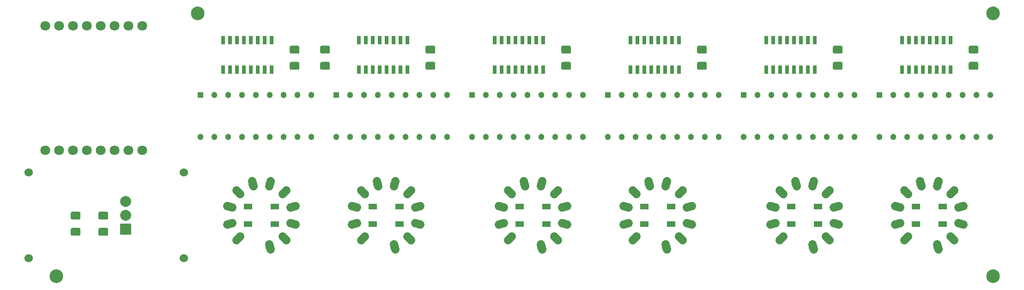
<source format=gbr>
G04 #@! TF.GenerationSoftware,KiCad,Pcbnew,(5.1.4)-1*
G04 #@! TF.CreationDate,2020-02-10T21:29:39-05:00*
G04 #@! TF.ProjectId,xmas,786d6173-2e6b-4696-9361-645f70636258,rev?*
G04 #@! TF.SameCoordinates,Original*
G04 #@! TF.FileFunction,Soldermask,Top*
G04 #@! TF.FilePolarity,Negative*
%FSLAX46Y46*%
G04 Gerber Fmt 4.6, Leading zero omitted, Abs format (unit mm)*
G04 Created by KiCad (PCBNEW (5.1.4)-1) date 2020-02-10 21:29:39*
%MOMM*%
%LPD*%
G04 APERTURE LIST*
%ADD10C,2.500000*%
%ADD11R,0.650000X1.525000*%
%ADD12C,1.524000*%
%ADD13C,1.524000*%
%ADD14C,1.800000*%
%ADD15C,0.100000*%
%ADD16C,1.425000*%
%ADD17R,1.500000X1.000000*%
%ADD18C,1.133000*%
%ADD19R,1.133000X1.133000*%
%ADD20R,2.000000X2.000000*%
%ADD21C,2.000000*%
G04 APERTURE END LIST*
D10*
X50800000Y-54356000D03*
X196596000Y-54356000D03*
X196596000Y-102616000D03*
X24892000Y-102616000D03*
D11*
X80391000Y-64688000D03*
X81661000Y-64688000D03*
X82931000Y-64688000D03*
X84201000Y-64688000D03*
X85471000Y-64688000D03*
X86741000Y-64688000D03*
X88011000Y-64688000D03*
X89281000Y-64688000D03*
X89281000Y-59264000D03*
X88011000Y-59264000D03*
X86741000Y-59264000D03*
X85471000Y-59264000D03*
X84201000Y-59264000D03*
X82931000Y-59264000D03*
X81661000Y-59264000D03*
X80391000Y-59264000D03*
D12*
X136680914Y-97235555D03*
D13*
X136807218Y-97706927D02*
X136554610Y-96764183D01*
D12*
X139370640Y-95682641D03*
D13*
X139715708Y-96027709D02*
X139025572Y-95337573D01*
D12*
X140923555Y-92992915D03*
D13*
X141394927Y-93119219D02*
X140452183Y-92866611D01*
D12*
X140923555Y-89887086D03*
D13*
X141394927Y-89760782D02*
X140452183Y-90013390D01*
D12*
X139370641Y-87197360D03*
D13*
X139715709Y-86852292D02*
X139025573Y-87542428D01*
D12*
X136680915Y-85644445D03*
D13*
X136807219Y-85173073D02*
X136554611Y-86115817D01*
D12*
X133575086Y-85644445D03*
D13*
X133448782Y-85173073D02*
X133701390Y-86115817D01*
D12*
X130885360Y-87197359D03*
D13*
X130540292Y-86852291D02*
X131230428Y-87542427D01*
D12*
X129332445Y-89887085D03*
D13*
X128861073Y-89760781D02*
X129803817Y-90013389D01*
D12*
X129332445Y-92992914D03*
D13*
X128861073Y-93119218D02*
X129803817Y-92866610D01*
D12*
X130885359Y-95682640D03*
D13*
X130540291Y-96027708D02*
X131230427Y-95337572D01*
D12*
X163604914Y-97235555D03*
D13*
X163731218Y-97706927D02*
X163478610Y-96764183D01*
D12*
X166294640Y-95682641D03*
D13*
X166639708Y-96027709D02*
X165949572Y-95337573D01*
D12*
X167847555Y-92992915D03*
D13*
X168318927Y-93119219D02*
X167376183Y-92866611D01*
D12*
X167847555Y-89887086D03*
D13*
X168318927Y-89760782D02*
X167376183Y-90013390D01*
D12*
X166294641Y-87197360D03*
D13*
X166639709Y-86852292D02*
X165949573Y-87542428D01*
D12*
X163604915Y-85644445D03*
D13*
X163731219Y-85173073D02*
X163478611Y-86115817D01*
D12*
X160499086Y-85644445D03*
D13*
X160372782Y-85173073D02*
X160625390Y-86115817D01*
D12*
X157809360Y-87197359D03*
D13*
X157464292Y-86852291D02*
X158154428Y-87542427D01*
D12*
X156256445Y-89887085D03*
D13*
X155785073Y-89760781D02*
X156727817Y-90013389D01*
D12*
X156256445Y-92992914D03*
D13*
X155785073Y-93119218D02*
X156727817Y-92866610D01*
D12*
X157809359Y-95682640D03*
D13*
X157464291Y-96027708D02*
X158154427Y-95337572D01*
D14*
X40640000Y-56642000D03*
X38100000Y-56642000D03*
X35560000Y-56642000D03*
X33020000Y-56642000D03*
X30480000Y-56642000D03*
X27940000Y-56642000D03*
X25400000Y-56642000D03*
X22860000Y-56642000D03*
X22860000Y-79502000D03*
X25400000Y-79502000D03*
X27940000Y-79502000D03*
X30480000Y-79502000D03*
X33020000Y-79502000D03*
X35560000Y-79502000D03*
X38100000Y-79502000D03*
X40640000Y-79502000D03*
D12*
X186464914Y-97235555D03*
D13*
X186591218Y-97706927D02*
X186338610Y-96764183D01*
D12*
X189154640Y-95682641D03*
D13*
X189499708Y-96027709D02*
X188809572Y-95337573D01*
D12*
X190707555Y-92992915D03*
D13*
X191178927Y-93119219D02*
X190236183Y-92866611D01*
D12*
X190707555Y-89887086D03*
D13*
X191178927Y-89760782D02*
X190236183Y-90013390D01*
D12*
X189154641Y-87197360D03*
D13*
X189499709Y-86852292D02*
X188809573Y-87542428D01*
D12*
X186464915Y-85644445D03*
D13*
X186591219Y-85173073D02*
X186338611Y-86115817D01*
D12*
X183359086Y-85644445D03*
D13*
X183232782Y-85173073D02*
X183485390Y-86115817D01*
D12*
X180669360Y-87197359D03*
D13*
X180324292Y-86852291D02*
X181014428Y-87542427D01*
D12*
X179116445Y-89887085D03*
D13*
X178645073Y-89760781D02*
X179587817Y-90013389D01*
D12*
X179116445Y-92992914D03*
D13*
X178645073Y-93119218D02*
X179587817Y-92866610D01*
D12*
X180669359Y-95682640D03*
D13*
X180324291Y-96027708D02*
X181014427Y-95337572D01*
D12*
X113820914Y-97235555D03*
D13*
X113947218Y-97706927D02*
X113694610Y-96764183D01*
D12*
X116510640Y-95682641D03*
D13*
X116855708Y-96027709D02*
X116165572Y-95337573D01*
D12*
X118063555Y-92992915D03*
D13*
X118534927Y-93119219D02*
X117592183Y-92866611D01*
D12*
X118063555Y-89887086D03*
D13*
X118534927Y-89760782D02*
X117592183Y-90013390D01*
D12*
X116510641Y-87197360D03*
D13*
X116855709Y-86852292D02*
X116165573Y-87542428D01*
D12*
X113820915Y-85644445D03*
D13*
X113947219Y-85173073D02*
X113694611Y-86115817D01*
D12*
X110715086Y-85644445D03*
D13*
X110588782Y-85173073D02*
X110841390Y-86115817D01*
D12*
X108025360Y-87197359D03*
D13*
X107680292Y-86852291D02*
X108370428Y-87542427D01*
D12*
X106472445Y-89887085D03*
D13*
X106001073Y-89760781D02*
X106943817Y-90013389D01*
D12*
X106472445Y-92992914D03*
D13*
X106001073Y-93119218D02*
X106943817Y-92866610D01*
D12*
X108025359Y-95682640D03*
D13*
X107680291Y-96027708D02*
X108370427Y-95337572D01*
D12*
X86896914Y-97235555D03*
D13*
X87023218Y-97706927D02*
X86770610Y-96764183D01*
D12*
X89586640Y-95682641D03*
D13*
X89931708Y-96027709D02*
X89241572Y-95337573D01*
D12*
X91139555Y-92992915D03*
D13*
X91610927Y-93119219D02*
X90668183Y-92866611D01*
D12*
X91139555Y-89887086D03*
D13*
X91610927Y-89760782D02*
X90668183Y-90013390D01*
D12*
X89586641Y-87197360D03*
D13*
X89931709Y-86852292D02*
X89241573Y-87542428D01*
D12*
X86896915Y-85644445D03*
D13*
X87023219Y-85173073D02*
X86770611Y-86115817D01*
D12*
X83791086Y-85644445D03*
D13*
X83664782Y-85173073D02*
X83917390Y-86115817D01*
D12*
X81101360Y-87197359D03*
D13*
X80756292Y-86852291D02*
X81446428Y-87542427D01*
D12*
X79548445Y-89887085D03*
D13*
X79077073Y-89760781D02*
X80019817Y-90013389D01*
D12*
X79548445Y-92992914D03*
D13*
X79077073Y-93119218D02*
X80019817Y-92866610D01*
D12*
X81101359Y-95682640D03*
D13*
X80756291Y-96027708D02*
X81446427Y-95337572D01*
D12*
X64036914Y-97235555D03*
D13*
X64163218Y-97706927D02*
X63910610Y-96764183D01*
D12*
X66726640Y-95682641D03*
D13*
X67071708Y-96027709D02*
X66381572Y-95337573D01*
D12*
X68279555Y-92992915D03*
D13*
X68750927Y-93119219D02*
X67808183Y-92866611D01*
D12*
X68279555Y-89887086D03*
D13*
X68750927Y-89760782D02*
X67808183Y-90013390D01*
D12*
X66726641Y-87197360D03*
D13*
X67071709Y-86852292D02*
X66381573Y-87542428D01*
D12*
X64036915Y-85644445D03*
D13*
X64163219Y-85173073D02*
X63910611Y-86115817D01*
D12*
X60931086Y-85644445D03*
D13*
X60804782Y-85173073D02*
X61057390Y-86115817D01*
D12*
X58241360Y-87197359D03*
D13*
X57896292Y-86852291D02*
X58586428Y-87542427D01*
D12*
X56688445Y-89887085D03*
D13*
X56217073Y-89760781D02*
X57159817Y-90013389D01*
D12*
X56688445Y-92992914D03*
D13*
X56217073Y-93119218D02*
X57159817Y-92866610D01*
D12*
X58241359Y-95682640D03*
D13*
X57896291Y-96027708D02*
X58586427Y-95337572D01*
D15*
G36*
X69229504Y-63260204D02*
G01*
X69253773Y-63263804D01*
X69277571Y-63269765D01*
X69300671Y-63278030D01*
X69322849Y-63288520D01*
X69343893Y-63301133D01*
X69363598Y-63315747D01*
X69381777Y-63332223D01*
X69398253Y-63350402D01*
X69412867Y-63370107D01*
X69425480Y-63391151D01*
X69435970Y-63413329D01*
X69444235Y-63436429D01*
X69450196Y-63460227D01*
X69453796Y-63484496D01*
X69455000Y-63509000D01*
X69455000Y-64434000D01*
X69453796Y-64458504D01*
X69450196Y-64482773D01*
X69444235Y-64506571D01*
X69435970Y-64529671D01*
X69425480Y-64551849D01*
X69412867Y-64572893D01*
X69398253Y-64592598D01*
X69381777Y-64610777D01*
X69363598Y-64627253D01*
X69343893Y-64641867D01*
X69322849Y-64654480D01*
X69300671Y-64664970D01*
X69277571Y-64673235D01*
X69253773Y-64679196D01*
X69229504Y-64682796D01*
X69205000Y-64684000D01*
X67955000Y-64684000D01*
X67930496Y-64682796D01*
X67906227Y-64679196D01*
X67882429Y-64673235D01*
X67859329Y-64664970D01*
X67837151Y-64654480D01*
X67816107Y-64641867D01*
X67796402Y-64627253D01*
X67778223Y-64610777D01*
X67761747Y-64592598D01*
X67747133Y-64572893D01*
X67734520Y-64551849D01*
X67724030Y-64529671D01*
X67715765Y-64506571D01*
X67709804Y-64482773D01*
X67706204Y-64458504D01*
X67705000Y-64434000D01*
X67705000Y-63509000D01*
X67706204Y-63484496D01*
X67709804Y-63460227D01*
X67715765Y-63436429D01*
X67724030Y-63413329D01*
X67734520Y-63391151D01*
X67747133Y-63370107D01*
X67761747Y-63350402D01*
X67778223Y-63332223D01*
X67796402Y-63315747D01*
X67816107Y-63301133D01*
X67837151Y-63288520D01*
X67859329Y-63278030D01*
X67882429Y-63269765D01*
X67906227Y-63263804D01*
X67930496Y-63260204D01*
X67955000Y-63259000D01*
X69205000Y-63259000D01*
X69229504Y-63260204D01*
X69229504Y-63260204D01*
G37*
D16*
X68580000Y-63971500D03*
D15*
G36*
X69229504Y-60285204D02*
G01*
X69253773Y-60288804D01*
X69277571Y-60294765D01*
X69300671Y-60303030D01*
X69322849Y-60313520D01*
X69343893Y-60326133D01*
X69363598Y-60340747D01*
X69381777Y-60357223D01*
X69398253Y-60375402D01*
X69412867Y-60395107D01*
X69425480Y-60416151D01*
X69435970Y-60438329D01*
X69444235Y-60461429D01*
X69450196Y-60485227D01*
X69453796Y-60509496D01*
X69455000Y-60534000D01*
X69455000Y-61459000D01*
X69453796Y-61483504D01*
X69450196Y-61507773D01*
X69444235Y-61531571D01*
X69435970Y-61554671D01*
X69425480Y-61576849D01*
X69412867Y-61597893D01*
X69398253Y-61617598D01*
X69381777Y-61635777D01*
X69363598Y-61652253D01*
X69343893Y-61666867D01*
X69322849Y-61679480D01*
X69300671Y-61689970D01*
X69277571Y-61698235D01*
X69253773Y-61704196D01*
X69229504Y-61707796D01*
X69205000Y-61709000D01*
X67955000Y-61709000D01*
X67930496Y-61707796D01*
X67906227Y-61704196D01*
X67882429Y-61698235D01*
X67859329Y-61689970D01*
X67837151Y-61679480D01*
X67816107Y-61666867D01*
X67796402Y-61652253D01*
X67778223Y-61635777D01*
X67761747Y-61617598D01*
X67747133Y-61597893D01*
X67734520Y-61576849D01*
X67724030Y-61554671D01*
X67715765Y-61531571D01*
X67709804Y-61507773D01*
X67706204Y-61483504D01*
X67705000Y-61459000D01*
X67705000Y-60534000D01*
X67706204Y-60509496D01*
X67709804Y-60485227D01*
X67715765Y-60461429D01*
X67724030Y-60438329D01*
X67734520Y-60416151D01*
X67747133Y-60395107D01*
X67761747Y-60375402D01*
X67778223Y-60357223D01*
X67796402Y-60340747D01*
X67816107Y-60326133D01*
X67837151Y-60313520D01*
X67859329Y-60303030D01*
X67882429Y-60294765D01*
X67906227Y-60288804D01*
X67930496Y-60285204D01*
X67955000Y-60284000D01*
X69205000Y-60284000D01*
X69229504Y-60285204D01*
X69229504Y-60285204D01*
G37*
D16*
X68580000Y-60996500D03*
D15*
G36*
X94121504Y-60285204D02*
G01*
X94145773Y-60288804D01*
X94169571Y-60294765D01*
X94192671Y-60303030D01*
X94214849Y-60313520D01*
X94235893Y-60326133D01*
X94255598Y-60340747D01*
X94273777Y-60357223D01*
X94290253Y-60375402D01*
X94304867Y-60395107D01*
X94317480Y-60416151D01*
X94327970Y-60438329D01*
X94336235Y-60461429D01*
X94342196Y-60485227D01*
X94345796Y-60509496D01*
X94347000Y-60534000D01*
X94347000Y-61459000D01*
X94345796Y-61483504D01*
X94342196Y-61507773D01*
X94336235Y-61531571D01*
X94327970Y-61554671D01*
X94317480Y-61576849D01*
X94304867Y-61597893D01*
X94290253Y-61617598D01*
X94273777Y-61635777D01*
X94255598Y-61652253D01*
X94235893Y-61666867D01*
X94214849Y-61679480D01*
X94192671Y-61689970D01*
X94169571Y-61698235D01*
X94145773Y-61704196D01*
X94121504Y-61707796D01*
X94097000Y-61709000D01*
X92847000Y-61709000D01*
X92822496Y-61707796D01*
X92798227Y-61704196D01*
X92774429Y-61698235D01*
X92751329Y-61689970D01*
X92729151Y-61679480D01*
X92708107Y-61666867D01*
X92688402Y-61652253D01*
X92670223Y-61635777D01*
X92653747Y-61617598D01*
X92639133Y-61597893D01*
X92626520Y-61576849D01*
X92616030Y-61554671D01*
X92607765Y-61531571D01*
X92601804Y-61507773D01*
X92598204Y-61483504D01*
X92597000Y-61459000D01*
X92597000Y-60534000D01*
X92598204Y-60509496D01*
X92601804Y-60485227D01*
X92607765Y-60461429D01*
X92616030Y-60438329D01*
X92626520Y-60416151D01*
X92639133Y-60395107D01*
X92653747Y-60375402D01*
X92670223Y-60357223D01*
X92688402Y-60340747D01*
X92708107Y-60326133D01*
X92729151Y-60313520D01*
X92751329Y-60303030D01*
X92774429Y-60294765D01*
X92798227Y-60288804D01*
X92822496Y-60285204D01*
X92847000Y-60284000D01*
X94097000Y-60284000D01*
X94121504Y-60285204D01*
X94121504Y-60285204D01*
G37*
D16*
X93472000Y-60996500D03*
D15*
G36*
X94121504Y-63260204D02*
G01*
X94145773Y-63263804D01*
X94169571Y-63269765D01*
X94192671Y-63278030D01*
X94214849Y-63288520D01*
X94235893Y-63301133D01*
X94255598Y-63315747D01*
X94273777Y-63332223D01*
X94290253Y-63350402D01*
X94304867Y-63370107D01*
X94317480Y-63391151D01*
X94327970Y-63413329D01*
X94336235Y-63436429D01*
X94342196Y-63460227D01*
X94345796Y-63484496D01*
X94347000Y-63509000D01*
X94347000Y-64434000D01*
X94345796Y-64458504D01*
X94342196Y-64482773D01*
X94336235Y-64506571D01*
X94327970Y-64529671D01*
X94317480Y-64551849D01*
X94304867Y-64572893D01*
X94290253Y-64592598D01*
X94273777Y-64610777D01*
X94255598Y-64627253D01*
X94235893Y-64641867D01*
X94214849Y-64654480D01*
X94192671Y-64664970D01*
X94169571Y-64673235D01*
X94145773Y-64679196D01*
X94121504Y-64682796D01*
X94097000Y-64684000D01*
X92847000Y-64684000D01*
X92822496Y-64682796D01*
X92798227Y-64679196D01*
X92774429Y-64673235D01*
X92751329Y-64664970D01*
X92729151Y-64654480D01*
X92708107Y-64641867D01*
X92688402Y-64627253D01*
X92670223Y-64610777D01*
X92653747Y-64592598D01*
X92639133Y-64572893D01*
X92626520Y-64551849D01*
X92616030Y-64529671D01*
X92607765Y-64506571D01*
X92601804Y-64482773D01*
X92598204Y-64458504D01*
X92597000Y-64434000D01*
X92597000Y-63509000D01*
X92598204Y-63484496D01*
X92601804Y-63460227D01*
X92607765Y-63436429D01*
X92616030Y-63413329D01*
X92626520Y-63391151D01*
X92639133Y-63370107D01*
X92653747Y-63350402D01*
X92670223Y-63332223D01*
X92688402Y-63315747D01*
X92708107Y-63301133D01*
X92729151Y-63288520D01*
X92751329Y-63278030D01*
X92774429Y-63269765D01*
X92798227Y-63263804D01*
X92822496Y-63260204D01*
X92847000Y-63259000D01*
X94097000Y-63259000D01*
X94121504Y-63260204D01*
X94121504Y-63260204D01*
G37*
D16*
X93472000Y-63971500D03*
D15*
G36*
X119013504Y-63260204D02*
G01*
X119037773Y-63263804D01*
X119061571Y-63269765D01*
X119084671Y-63278030D01*
X119106849Y-63288520D01*
X119127893Y-63301133D01*
X119147598Y-63315747D01*
X119165777Y-63332223D01*
X119182253Y-63350402D01*
X119196867Y-63370107D01*
X119209480Y-63391151D01*
X119219970Y-63413329D01*
X119228235Y-63436429D01*
X119234196Y-63460227D01*
X119237796Y-63484496D01*
X119239000Y-63509000D01*
X119239000Y-64434000D01*
X119237796Y-64458504D01*
X119234196Y-64482773D01*
X119228235Y-64506571D01*
X119219970Y-64529671D01*
X119209480Y-64551849D01*
X119196867Y-64572893D01*
X119182253Y-64592598D01*
X119165777Y-64610777D01*
X119147598Y-64627253D01*
X119127893Y-64641867D01*
X119106849Y-64654480D01*
X119084671Y-64664970D01*
X119061571Y-64673235D01*
X119037773Y-64679196D01*
X119013504Y-64682796D01*
X118989000Y-64684000D01*
X117739000Y-64684000D01*
X117714496Y-64682796D01*
X117690227Y-64679196D01*
X117666429Y-64673235D01*
X117643329Y-64664970D01*
X117621151Y-64654480D01*
X117600107Y-64641867D01*
X117580402Y-64627253D01*
X117562223Y-64610777D01*
X117545747Y-64592598D01*
X117531133Y-64572893D01*
X117518520Y-64551849D01*
X117508030Y-64529671D01*
X117499765Y-64506571D01*
X117493804Y-64482773D01*
X117490204Y-64458504D01*
X117489000Y-64434000D01*
X117489000Y-63509000D01*
X117490204Y-63484496D01*
X117493804Y-63460227D01*
X117499765Y-63436429D01*
X117508030Y-63413329D01*
X117518520Y-63391151D01*
X117531133Y-63370107D01*
X117545747Y-63350402D01*
X117562223Y-63332223D01*
X117580402Y-63315747D01*
X117600107Y-63301133D01*
X117621151Y-63288520D01*
X117643329Y-63278030D01*
X117666429Y-63269765D01*
X117690227Y-63263804D01*
X117714496Y-63260204D01*
X117739000Y-63259000D01*
X118989000Y-63259000D01*
X119013504Y-63260204D01*
X119013504Y-63260204D01*
G37*
D16*
X118364000Y-63971500D03*
D15*
G36*
X119013504Y-60285204D02*
G01*
X119037773Y-60288804D01*
X119061571Y-60294765D01*
X119084671Y-60303030D01*
X119106849Y-60313520D01*
X119127893Y-60326133D01*
X119147598Y-60340747D01*
X119165777Y-60357223D01*
X119182253Y-60375402D01*
X119196867Y-60395107D01*
X119209480Y-60416151D01*
X119219970Y-60438329D01*
X119228235Y-60461429D01*
X119234196Y-60485227D01*
X119237796Y-60509496D01*
X119239000Y-60534000D01*
X119239000Y-61459000D01*
X119237796Y-61483504D01*
X119234196Y-61507773D01*
X119228235Y-61531571D01*
X119219970Y-61554671D01*
X119209480Y-61576849D01*
X119196867Y-61597893D01*
X119182253Y-61617598D01*
X119165777Y-61635777D01*
X119147598Y-61652253D01*
X119127893Y-61666867D01*
X119106849Y-61679480D01*
X119084671Y-61689970D01*
X119061571Y-61698235D01*
X119037773Y-61704196D01*
X119013504Y-61707796D01*
X118989000Y-61709000D01*
X117739000Y-61709000D01*
X117714496Y-61707796D01*
X117690227Y-61704196D01*
X117666429Y-61698235D01*
X117643329Y-61689970D01*
X117621151Y-61679480D01*
X117600107Y-61666867D01*
X117580402Y-61652253D01*
X117562223Y-61635777D01*
X117545747Y-61617598D01*
X117531133Y-61597893D01*
X117518520Y-61576849D01*
X117508030Y-61554671D01*
X117499765Y-61531571D01*
X117493804Y-61507773D01*
X117490204Y-61483504D01*
X117489000Y-61459000D01*
X117489000Y-60534000D01*
X117490204Y-60509496D01*
X117493804Y-60485227D01*
X117499765Y-60461429D01*
X117508030Y-60438329D01*
X117518520Y-60416151D01*
X117531133Y-60395107D01*
X117545747Y-60375402D01*
X117562223Y-60357223D01*
X117580402Y-60340747D01*
X117600107Y-60326133D01*
X117621151Y-60313520D01*
X117643329Y-60303030D01*
X117666429Y-60294765D01*
X117690227Y-60288804D01*
X117714496Y-60285204D01*
X117739000Y-60284000D01*
X118989000Y-60284000D01*
X119013504Y-60285204D01*
X119013504Y-60285204D01*
G37*
D16*
X118364000Y-60996500D03*
D15*
G36*
X143905504Y-60285204D02*
G01*
X143929773Y-60288804D01*
X143953571Y-60294765D01*
X143976671Y-60303030D01*
X143998849Y-60313520D01*
X144019893Y-60326133D01*
X144039598Y-60340747D01*
X144057777Y-60357223D01*
X144074253Y-60375402D01*
X144088867Y-60395107D01*
X144101480Y-60416151D01*
X144111970Y-60438329D01*
X144120235Y-60461429D01*
X144126196Y-60485227D01*
X144129796Y-60509496D01*
X144131000Y-60534000D01*
X144131000Y-61459000D01*
X144129796Y-61483504D01*
X144126196Y-61507773D01*
X144120235Y-61531571D01*
X144111970Y-61554671D01*
X144101480Y-61576849D01*
X144088867Y-61597893D01*
X144074253Y-61617598D01*
X144057777Y-61635777D01*
X144039598Y-61652253D01*
X144019893Y-61666867D01*
X143998849Y-61679480D01*
X143976671Y-61689970D01*
X143953571Y-61698235D01*
X143929773Y-61704196D01*
X143905504Y-61707796D01*
X143881000Y-61709000D01*
X142631000Y-61709000D01*
X142606496Y-61707796D01*
X142582227Y-61704196D01*
X142558429Y-61698235D01*
X142535329Y-61689970D01*
X142513151Y-61679480D01*
X142492107Y-61666867D01*
X142472402Y-61652253D01*
X142454223Y-61635777D01*
X142437747Y-61617598D01*
X142423133Y-61597893D01*
X142410520Y-61576849D01*
X142400030Y-61554671D01*
X142391765Y-61531571D01*
X142385804Y-61507773D01*
X142382204Y-61483504D01*
X142381000Y-61459000D01*
X142381000Y-60534000D01*
X142382204Y-60509496D01*
X142385804Y-60485227D01*
X142391765Y-60461429D01*
X142400030Y-60438329D01*
X142410520Y-60416151D01*
X142423133Y-60395107D01*
X142437747Y-60375402D01*
X142454223Y-60357223D01*
X142472402Y-60340747D01*
X142492107Y-60326133D01*
X142513151Y-60313520D01*
X142535329Y-60303030D01*
X142558429Y-60294765D01*
X142582227Y-60288804D01*
X142606496Y-60285204D01*
X142631000Y-60284000D01*
X143881000Y-60284000D01*
X143905504Y-60285204D01*
X143905504Y-60285204D01*
G37*
D16*
X143256000Y-60996500D03*
D15*
G36*
X143905504Y-63260204D02*
G01*
X143929773Y-63263804D01*
X143953571Y-63269765D01*
X143976671Y-63278030D01*
X143998849Y-63288520D01*
X144019893Y-63301133D01*
X144039598Y-63315747D01*
X144057777Y-63332223D01*
X144074253Y-63350402D01*
X144088867Y-63370107D01*
X144101480Y-63391151D01*
X144111970Y-63413329D01*
X144120235Y-63436429D01*
X144126196Y-63460227D01*
X144129796Y-63484496D01*
X144131000Y-63509000D01*
X144131000Y-64434000D01*
X144129796Y-64458504D01*
X144126196Y-64482773D01*
X144120235Y-64506571D01*
X144111970Y-64529671D01*
X144101480Y-64551849D01*
X144088867Y-64572893D01*
X144074253Y-64592598D01*
X144057777Y-64610777D01*
X144039598Y-64627253D01*
X144019893Y-64641867D01*
X143998849Y-64654480D01*
X143976671Y-64664970D01*
X143953571Y-64673235D01*
X143929773Y-64679196D01*
X143905504Y-64682796D01*
X143881000Y-64684000D01*
X142631000Y-64684000D01*
X142606496Y-64682796D01*
X142582227Y-64679196D01*
X142558429Y-64673235D01*
X142535329Y-64664970D01*
X142513151Y-64654480D01*
X142492107Y-64641867D01*
X142472402Y-64627253D01*
X142454223Y-64610777D01*
X142437747Y-64592598D01*
X142423133Y-64572893D01*
X142410520Y-64551849D01*
X142400030Y-64529671D01*
X142391765Y-64506571D01*
X142385804Y-64482773D01*
X142382204Y-64458504D01*
X142381000Y-64434000D01*
X142381000Y-63509000D01*
X142382204Y-63484496D01*
X142385804Y-63460227D01*
X142391765Y-63436429D01*
X142400030Y-63413329D01*
X142410520Y-63391151D01*
X142423133Y-63370107D01*
X142437747Y-63350402D01*
X142454223Y-63332223D01*
X142472402Y-63315747D01*
X142492107Y-63301133D01*
X142513151Y-63288520D01*
X142535329Y-63278030D01*
X142558429Y-63269765D01*
X142582227Y-63263804D01*
X142606496Y-63260204D01*
X142631000Y-63259000D01*
X143881000Y-63259000D01*
X143905504Y-63260204D01*
X143905504Y-63260204D01*
G37*
D16*
X143256000Y-63971500D03*
D15*
G36*
X168797504Y-63260204D02*
G01*
X168821773Y-63263804D01*
X168845571Y-63269765D01*
X168868671Y-63278030D01*
X168890849Y-63288520D01*
X168911893Y-63301133D01*
X168931598Y-63315747D01*
X168949777Y-63332223D01*
X168966253Y-63350402D01*
X168980867Y-63370107D01*
X168993480Y-63391151D01*
X169003970Y-63413329D01*
X169012235Y-63436429D01*
X169018196Y-63460227D01*
X169021796Y-63484496D01*
X169023000Y-63509000D01*
X169023000Y-64434000D01*
X169021796Y-64458504D01*
X169018196Y-64482773D01*
X169012235Y-64506571D01*
X169003970Y-64529671D01*
X168993480Y-64551849D01*
X168980867Y-64572893D01*
X168966253Y-64592598D01*
X168949777Y-64610777D01*
X168931598Y-64627253D01*
X168911893Y-64641867D01*
X168890849Y-64654480D01*
X168868671Y-64664970D01*
X168845571Y-64673235D01*
X168821773Y-64679196D01*
X168797504Y-64682796D01*
X168773000Y-64684000D01*
X167523000Y-64684000D01*
X167498496Y-64682796D01*
X167474227Y-64679196D01*
X167450429Y-64673235D01*
X167427329Y-64664970D01*
X167405151Y-64654480D01*
X167384107Y-64641867D01*
X167364402Y-64627253D01*
X167346223Y-64610777D01*
X167329747Y-64592598D01*
X167315133Y-64572893D01*
X167302520Y-64551849D01*
X167292030Y-64529671D01*
X167283765Y-64506571D01*
X167277804Y-64482773D01*
X167274204Y-64458504D01*
X167273000Y-64434000D01*
X167273000Y-63509000D01*
X167274204Y-63484496D01*
X167277804Y-63460227D01*
X167283765Y-63436429D01*
X167292030Y-63413329D01*
X167302520Y-63391151D01*
X167315133Y-63370107D01*
X167329747Y-63350402D01*
X167346223Y-63332223D01*
X167364402Y-63315747D01*
X167384107Y-63301133D01*
X167405151Y-63288520D01*
X167427329Y-63278030D01*
X167450429Y-63269765D01*
X167474227Y-63263804D01*
X167498496Y-63260204D01*
X167523000Y-63259000D01*
X168773000Y-63259000D01*
X168797504Y-63260204D01*
X168797504Y-63260204D01*
G37*
D16*
X168148000Y-63971500D03*
D15*
G36*
X168797504Y-60285204D02*
G01*
X168821773Y-60288804D01*
X168845571Y-60294765D01*
X168868671Y-60303030D01*
X168890849Y-60313520D01*
X168911893Y-60326133D01*
X168931598Y-60340747D01*
X168949777Y-60357223D01*
X168966253Y-60375402D01*
X168980867Y-60395107D01*
X168993480Y-60416151D01*
X169003970Y-60438329D01*
X169012235Y-60461429D01*
X169018196Y-60485227D01*
X169021796Y-60509496D01*
X169023000Y-60534000D01*
X169023000Y-61459000D01*
X169021796Y-61483504D01*
X169018196Y-61507773D01*
X169012235Y-61531571D01*
X169003970Y-61554671D01*
X168993480Y-61576849D01*
X168980867Y-61597893D01*
X168966253Y-61617598D01*
X168949777Y-61635777D01*
X168931598Y-61652253D01*
X168911893Y-61666867D01*
X168890849Y-61679480D01*
X168868671Y-61689970D01*
X168845571Y-61698235D01*
X168821773Y-61704196D01*
X168797504Y-61707796D01*
X168773000Y-61709000D01*
X167523000Y-61709000D01*
X167498496Y-61707796D01*
X167474227Y-61704196D01*
X167450429Y-61698235D01*
X167427329Y-61689970D01*
X167405151Y-61679480D01*
X167384107Y-61666867D01*
X167364402Y-61652253D01*
X167346223Y-61635777D01*
X167329747Y-61617598D01*
X167315133Y-61597893D01*
X167302520Y-61576849D01*
X167292030Y-61554671D01*
X167283765Y-61531571D01*
X167277804Y-61507773D01*
X167274204Y-61483504D01*
X167273000Y-61459000D01*
X167273000Y-60534000D01*
X167274204Y-60509496D01*
X167277804Y-60485227D01*
X167283765Y-60461429D01*
X167292030Y-60438329D01*
X167302520Y-60416151D01*
X167315133Y-60395107D01*
X167329747Y-60375402D01*
X167346223Y-60357223D01*
X167364402Y-60340747D01*
X167384107Y-60326133D01*
X167405151Y-60313520D01*
X167427329Y-60303030D01*
X167450429Y-60294765D01*
X167474227Y-60288804D01*
X167498496Y-60285204D01*
X167523000Y-60284000D01*
X168773000Y-60284000D01*
X168797504Y-60285204D01*
X168797504Y-60285204D01*
G37*
D16*
X168148000Y-60996500D03*
D15*
G36*
X193689504Y-60285204D02*
G01*
X193713773Y-60288804D01*
X193737571Y-60294765D01*
X193760671Y-60303030D01*
X193782849Y-60313520D01*
X193803893Y-60326133D01*
X193823598Y-60340747D01*
X193841777Y-60357223D01*
X193858253Y-60375402D01*
X193872867Y-60395107D01*
X193885480Y-60416151D01*
X193895970Y-60438329D01*
X193904235Y-60461429D01*
X193910196Y-60485227D01*
X193913796Y-60509496D01*
X193915000Y-60534000D01*
X193915000Y-61459000D01*
X193913796Y-61483504D01*
X193910196Y-61507773D01*
X193904235Y-61531571D01*
X193895970Y-61554671D01*
X193885480Y-61576849D01*
X193872867Y-61597893D01*
X193858253Y-61617598D01*
X193841777Y-61635777D01*
X193823598Y-61652253D01*
X193803893Y-61666867D01*
X193782849Y-61679480D01*
X193760671Y-61689970D01*
X193737571Y-61698235D01*
X193713773Y-61704196D01*
X193689504Y-61707796D01*
X193665000Y-61709000D01*
X192415000Y-61709000D01*
X192390496Y-61707796D01*
X192366227Y-61704196D01*
X192342429Y-61698235D01*
X192319329Y-61689970D01*
X192297151Y-61679480D01*
X192276107Y-61666867D01*
X192256402Y-61652253D01*
X192238223Y-61635777D01*
X192221747Y-61617598D01*
X192207133Y-61597893D01*
X192194520Y-61576849D01*
X192184030Y-61554671D01*
X192175765Y-61531571D01*
X192169804Y-61507773D01*
X192166204Y-61483504D01*
X192165000Y-61459000D01*
X192165000Y-60534000D01*
X192166204Y-60509496D01*
X192169804Y-60485227D01*
X192175765Y-60461429D01*
X192184030Y-60438329D01*
X192194520Y-60416151D01*
X192207133Y-60395107D01*
X192221747Y-60375402D01*
X192238223Y-60357223D01*
X192256402Y-60340747D01*
X192276107Y-60326133D01*
X192297151Y-60313520D01*
X192319329Y-60303030D01*
X192342429Y-60294765D01*
X192366227Y-60288804D01*
X192390496Y-60285204D01*
X192415000Y-60284000D01*
X193665000Y-60284000D01*
X193689504Y-60285204D01*
X193689504Y-60285204D01*
G37*
D16*
X193040000Y-60996500D03*
D15*
G36*
X193689504Y-63260204D02*
G01*
X193713773Y-63263804D01*
X193737571Y-63269765D01*
X193760671Y-63278030D01*
X193782849Y-63288520D01*
X193803893Y-63301133D01*
X193823598Y-63315747D01*
X193841777Y-63332223D01*
X193858253Y-63350402D01*
X193872867Y-63370107D01*
X193885480Y-63391151D01*
X193895970Y-63413329D01*
X193904235Y-63436429D01*
X193910196Y-63460227D01*
X193913796Y-63484496D01*
X193915000Y-63509000D01*
X193915000Y-64434000D01*
X193913796Y-64458504D01*
X193910196Y-64482773D01*
X193904235Y-64506571D01*
X193895970Y-64529671D01*
X193885480Y-64551849D01*
X193872867Y-64572893D01*
X193858253Y-64592598D01*
X193841777Y-64610777D01*
X193823598Y-64627253D01*
X193803893Y-64641867D01*
X193782849Y-64654480D01*
X193760671Y-64664970D01*
X193737571Y-64673235D01*
X193713773Y-64679196D01*
X193689504Y-64682796D01*
X193665000Y-64684000D01*
X192415000Y-64684000D01*
X192390496Y-64682796D01*
X192366227Y-64679196D01*
X192342429Y-64673235D01*
X192319329Y-64664970D01*
X192297151Y-64654480D01*
X192276107Y-64641867D01*
X192256402Y-64627253D01*
X192238223Y-64610777D01*
X192221747Y-64592598D01*
X192207133Y-64572893D01*
X192194520Y-64551849D01*
X192184030Y-64529671D01*
X192175765Y-64506571D01*
X192169804Y-64482773D01*
X192166204Y-64458504D01*
X192165000Y-64434000D01*
X192165000Y-63509000D01*
X192166204Y-63484496D01*
X192169804Y-63460227D01*
X192175765Y-63436429D01*
X192184030Y-63413329D01*
X192194520Y-63391151D01*
X192207133Y-63370107D01*
X192221747Y-63350402D01*
X192238223Y-63332223D01*
X192256402Y-63315747D01*
X192276107Y-63301133D01*
X192297151Y-63288520D01*
X192319329Y-63278030D01*
X192342429Y-63269765D01*
X192366227Y-63263804D01*
X192390496Y-63260204D01*
X192415000Y-63259000D01*
X193665000Y-63259000D01*
X193689504Y-63260204D01*
X193689504Y-63260204D01*
G37*
D16*
X193040000Y-63971500D03*
D17*
X60034000Y-89840000D03*
X60034000Y-93040000D03*
X64934000Y-89840000D03*
X64934000Y-93040000D03*
X87794000Y-93040000D03*
X87794000Y-89840000D03*
X82894000Y-93040000D03*
X82894000Y-89840000D03*
X114718000Y-93040000D03*
X114718000Y-89840000D03*
X109818000Y-93040000D03*
X109818000Y-89840000D03*
X132678000Y-89840000D03*
X132678000Y-93040000D03*
X137578000Y-89840000D03*
X137578000Y-93040000D03*
X164502000Y-93040000D03*
X164502000Y-89840000D03*
X159602000Y-93040000D03*
X159602000Y-89840000D03*
X182462000Y-89840000D03*
X182462000Y-93040000D03*
X187362000Y-89840000D03*
X187362000Y-93040000D03*
D18*
X51308000Y-77018000D03*
X53848000Y-77018000D03*
X56388000Y-77018000D03*
X58928000Y-77018000D03*
X61468000Y-77018000D03*
X64008000Y-77018000D03*
X66548000Y-77018000D03*
X69088000Y-77018000D03*
X71628000Y-77018000D03*
X71628000Y-69286000D03*
X69088000Y-69286000D03*
X66548000Y-69286000D03*
X64008000Y-69286000D03*
X61468000Y-69286000D03*
X58928000Y-69286000D03*
X56388000Y-69286000D03*
X53848000Y-69286000D03*
D19*
X51308000Y-69286000D03*
D11*
X55499000Y-59264000D03*
X56769000Y-59264000D03*
X58039000Y-59264000D03*
X59309000Y-59264000D03*
X60579000Y-59264000D03*
X61849000Y-59264000D03*
X63119000Y-59264000D03*
X64389000Y-59264000D03*
X64389000Y-64688000D03*
X63119000Y-64688000D03*
X61849000Y-64688000D03*
X60579000Y-64688000D03*
X59309000Y-64688000D03*
X58039000Y-64688000D03*
X56769000Y-64688000D03*
X55499000Y-64688000D03*
D19*
X76200000Y-69286000D03*
D18*
X78740000Y-69286000D03*
X81280000Y-69286000D03*
X83820000Y-69286000D03*
X86360000Y-69286000D03*
X88900000Y-69286000D03*
X91440000Y-69286000D03*
X93980000Y-69286000D03*
X96520000Y-69286000D03*
X96520000Y-77018000D03*
X93980000Y-77018000D03*
X91440000Y-77018000D03*
X88900000Y-77018000D03*
X86360000Y-77018000D03*
X83820000Y-77018000D03*
X81280000Y-77018000D03*
X78740000Y-77018000D03*
X76200000Y-77018000D03*
D11*
X105283000Y-59264000D03*
X106553000Y-59264000D03*
X107823000Y-59264000D03*
X109093000Y-59264000D03*
X110363000Y-59264000D03*
X111633000Y-59264000D03*
X112903000Y-59264000D03*
X114173000Y-59264000D03*
X114173000Y-64688000D03*
X112903000Y-64688000D03*
X111633000Y-64688000D03*
X110363000Y-64688000D03*
X109093000Y-64688000D03*
X107823000Y-64688000D03*
X106553000Y-64688000D03*
X105283000Y-64688000D03*
X130175000Y-64688000D03*
X131445000Y-64688000D03*
X132715000Y-64688000D03*
X133985000Y-64688000D03*
X135255000Y-64688000D03*
X136525000Y-64688000D03*
X137795000Y-64688000D03*
X139065000Y-64688000D03*
X139065000Y-59264000D03*
X137795000Y-59264000D03*
X136525000Y-59264000D03*
X135255000Y-59264000D03*
X133985000Y-59264000D03*
X132715000Y-59264000D03*
X131445000Y-59264000D03*
X130175000Y-59264000D03*
D18*
X101092000Y-77018000D03*
X103632000Y-77018000D03*
X106172000Y-77018000D03*
X108712000Y-77018000D03*
X111252000Y-77018000D03*
X113792000Y-77018000D03*
X116332000Y-77018000D03*
X118872000Y-77018000D03*
X121412000Y-77018000D03*
X121412000Y-69286000D03*
X118872000Y-69286000D03*
X116332000Y-69286000D03*
X113792000Y-69286000D03*
X111252000Y-69286000D03*
X108712000Y-69286000D03*
X106172000Y-69286000D03*
X103632000Y-69286000D03*
D19*
X101092000Y-69286000D03*
X125984000Y-69286000D03*
D18*
X128524000Y-69286000D03*
X131064000Y-69286000D03*
X133604000Y-69286000D03*
X136144000Y-69286000D03*
X138684000Y-69286000D03*
X141224000Y-69286000D03*
X143764000Y-69286000D03*
X146304000Y-69286000D03*
X146304000Y-77018000D03*
X143764000Y-77018000D03*
X141224000Y-77018000D03*
X138684000Y-77018000D03*
X136144000Y-77018000D03*
X133604000Y-77018000D03*
X131064000Y-77018000D03*
X128524000Y-77018000D03*
X125984000Y-77018000D03*
D11*
X155067000Y-64688000D03*
X156337000Y-64688000D03*
X157607000Y-64688000D03*
X158877000Y-64688000D03*
X160147000Y-64688000D03*
X161417000Y-64688000D03*
X162687000Y-64688000D03*
X163957000Y-64688000D03*
X163957000Y-59264000D03*
X162687000Y-59264000D03*
X161417000Y-59264000D03*
X160147000Y-59264000D03*
X158877000Y-59264000D03*
X157607000Y-59264000D03*
X156337000Y-59264000D03*
X155067000Y-59264000D03*
X179959000Y-59264000D03*
X181229000Y-59264000D03*
X182499000Y-59264000D03*
X183769000Y-59264000D03*
X185039000Y-59264000D03*
X186309000Y-59264000D03*
X187579000Y-59264000D03*
X188849000Y-59264000D03*
X188849000Y-64688000D03*
X187579000Y-64688000D03*
X186309000Y-64688000D03*
X185039000Y-64688000D03*
X183769000Y-64688000D03*
X182499000Y-64688000D03*
X181229000Y-64688000D03*
X179959000Y-64688000D03*
D19*
X150876000Y-69286000D03*
D18*
X153416000Y-69286000D03*
X155956000Y-69286000D03*
X158496000Y-69286000D03*
X161036000Y-69286000D03*
X163576000Y-69286000D03*
X166116000Y-69286000D03*
X168656000Y-69286000D03*
X171196000Y-69286000D03*
X171196000Y-77018000D03*
X168656000Y-77018000D03*
X166116000Y-77018000D03*
X163576000Y-77018000D03*
X161036000Y-77018000D03*
X158496000Y-77018000D03*
X155956000Y-77018000D03*
X153416000Y-77018000D03*
X150876000Y-77018000D03*
X175768000Y-77018000D03*
X178308000Y-77018000D03*
X180848000Y-77018000D03*
X183388000Y-77018000D03*
X185928000Y-77018000D03*
X188468000Y-77018000D03*
X191008000Y-77018000D03*
X193548000Y-77018000D03*
X196088000Y-77018000D03*
X196088000Y-69286000D03*
X193548000Y-69286000D03*
X191008000Y-69286000D03*
X188468000Y-69286000D03*
X185928000Y-69286000D03*
X183388000Y-69286000D03*
X180848000Y-69286000D03*
X178308000Y-69286000D03*
D19*
X175768000Y-69286000D03*
D15*
G36*
X74817504Y-60285204D02*
G01*
X74841773Y-60288804D01*
X74865571Y-60294765D01*
X74888671Y-60303030D01*
X74910849Y-60313520D01*
X74931893Y-60326133D01*
X74951598Y-60340747D01*
X74969777Y-60357223D01*
X74986253Y-60375402D01*
X75000867Y-60395107D01*
X75013480Y-60416151D01*
X75023970Y-60438329D01*
X75032235Y-60461429D01*
X75038196Y-60485227D01*
X75041796Y-60509496D01*
X75043000Y-60534000D01*
X75043000Y-61459000D01*
X75041796Y-61483504D01*
X75038196Y-61507773D01*
X75032235Y-61531571D01*
X75023970Y-61554671D01*
X75013480Y-61576849D01*
X75000867Y-61597893D01*
X74986253Y-61617598D01*
X74969777Y-61635777D01*
X74951598Y-61652253D01*
X74931893Y-61666867D01*
X74910849Y-61679480D01*
X74888671Y-61689970D01*
X74865571Y-61698235D01*
X74841773Y-61704196D01*
X74817504Y-61707796D01*
X74793000Y-61709000D01*
X73543000Y-61709000D01*
X73518496Y-61707796D01*
X73494227Y-61704196D01*
X73470429Y-61698235D01*
X73447329Y-61689970D01*
X73425151Y-61679480D01*
X73404107Y-61666867D01*
X73384402Y-61652253D01*
X73366223Y-61635777D01*
X73349747Y-61617598D01*
X73335133Y-61597893D01*
X73322520Y-61576849D01*
X73312030Y-61554671D01*
X73303765Y-61531571D01*
X73297804Y-61507773D01*
X73294204Y-61483504D01*
X73293000Y-61459000D01*
X73293000Y-60534000D01*
X73294204Y-60509496D01*
X73297804Y-60485227D01*
X73303765Y-60461429D01*
X73312030Y-60438329D01*
X73322520Y-60416151D01*
X73335133Y-60395107D01*
X73349747Y-60375402D01*
X73366223Y-60357223D01*
X73384402Y-60340747D01*
X73404107Y-60326133D01*
X73425151Y-60313520D01*
X73447329Y-60303030D01*
X73470429Y-60294765D01*
X73494227Y-60288804D01*
X73518496Y-60285204D01*
X73543000Y-60284000D01*
X74793000Y-60284000D01*
X74817504Y-60285204D01*
X74817504Y-60285204D01*
G37*
D16*
X74168000Y-60996500D03*
D15*
G36*
X74817504Y-63260204D02*
G01*
X74841773Y-63263804D01*
X74865571Y-63269765D01*
X74888671Y-63278030D01*
X74910849Y-63288520D01*
X74931893Y-63301133D01*
X74951598Y-63315747D01*
X74969777Y-63332223D01*
X74986253Y-63350402D01*
X75000867Y-63370107D01*
X75013480Y-63391151D01*
X75023970Y-63413329D01*
X75032235Y-63436429D01*
X75038196Y-63460227D01*
X75041796Y-63484496D01*
X75043000Y-63509000D01*
X75043000Y-64434000D01*
X75041796Y-64458504D01*
X75038196Y-64482773D01*
X75032235Y-64506571D01*
X75023970Y-64529671D01*
X75013480Y-64551849D01*
X75000867Y-64572893D01*
X74986253Y-64592598D01*
X74969777Y-64610777D01*
X74951598Y-64627253D01*
X74931893Y-64641867D01*
X74910849Y-64654480D01*
X74888671Y-64664970D01*
X74865571Y-64673235D01*
X74841773Y-64679196D01*
X74817504Y-64682796D01*
X74793000Y-64684000D01*
X73543000Y-64684000D01*
X73518496Y-64682796D01*
X73494227Y-64679196D01*
X73470429Y-64673235D01*
X73447329Y-64664970D01*
X73425151Y-64654480D01*
X73404107Y-64641867D01*
X73384402Y-64627253D01*
X73366223Y-64610777D01*
X73349747Y-64592598D01*
X73335133Y-64572893D01*
X73322520Y-64551849D01*
X73312030Y-64529671D01*
X73303765Y-64506571D01*
X73297804Y-64482773D01*
X73294204Y-64458504D01*
X73293000Y-64434000D01*
X73293000Y-63509000D01*
X73294204Y-63484496D01*
X73297804Y-63460227D01*
X73303765Y-63436429D01*
X73312030Y-63413329D01*
X73322520Y-63391151D01*
X73335133Y-63370107D01*
X73349747Y-63350402D01*
X73366223Y-63332223D01*
X73384402Y-63315747D01*
X73404107Y-63301133D01*
X73425151Y-63288520D01*
X73447329Y-63278030D01*
X73470429Y-63269765D01*
X73494227Y-63263804D01*
X73518496Y-63260204D01*
X73543000Y-63259000D01*
X74793000Y-63259000D01*
X74817504Y-63260204D01*
X74817504Y-63260204D01*
G37*
D16*
X74168000Y-63971500D03*
D15*
G36*
X34177504Y-93740204D02*
G01*
X34201773Y-93743804D01*
X34225571Y-93749765D01*
X34248671Y-93758030D01*
X34270849Y-93768520D01*
X34291893Y-93781133D01*
X34311598Y-93795747D01*
X34329777Y-93812223D01*
X34346253Y-93830402D01*
X34360867Y-93850107D01*
X34373480Y-93871151D01*
X34383970Y-93893329D01*
X34392235Y-93916429D01*
X34398196Y-93940227D01*
X34401796Y-93964496D01*
X34403000Y-93989000D01*
X34403000Y-94914000D01*
X34401796Y-94938504D01*
X34398196Y-94962773D01*
X34392235Y-94986571D01*
X34383970Y-95009671D01*
X34373480Y-95031849D01*
X34360867Y-95052893D01*
X34346253Y-95072598D01*
X34329777Y-95090777D01*
X34311598Y-95107253D01*
X34291893Y-95121867D01*
X34270849Y-95134480D01*
X34248671Y-95144970D01*
X34225571Y-95153235D01*
X34201773Y-95159196D01*
X34177504Y-95162796D01*
X34153000Y-95164000D01*
X32903000Y-95164000D01*
X32878496Y-95162796D01*
X32854227Y-95159196D01*
X32830429Y-95153235D01*
X32807329Y-95144970D01*
X32785151Y-95134480D01*
X32764107Y-95121867D01*
X32744402Y-95107253D01*
X32726223Y-95090777D01*
X32709747Y-95072598D01*
X32695133Y-95052893D01*
X32682520Y-95031849D01*
X32672030Y-95009671D01*
X32663765Y-94986571D01*
X32657804Y-94962773D01*
X32654204Y-94938504D01*
X32653000Y-94914000D01*
X32653000Y-93989000D01*
X32654204Y-93964496D01*
X32657804Y-93940227D01*
X32663765Y-93916429D01*
X32672030Y-93893329D01*
X32682520Y-93871151D01*
X32695133Y-93850107D01*
X32709747Y-93830402D01*
X32726223Y-93812223D01*
X32744402Y-93795747D01*
X32764107Y-93781133D01*
X32785151Y-93768520D01*
X32807329Y-93758030D01*
X32830429Y-93749765D01*
X32854227Y-93743804D01*
X32878496Y-93740204D01*
X32903000Y-93739000D01*
X34153000Y-93739000D01*
X34177504Y-93740204D01*
X34177504Y-93740204D01*
G37*
D16*
X33528000Y-94451500D03*
D15*
G36*
X34177504Y-90765204D02*
G01*
X34201773Y-90768804D01*
X34225571Y-90774765D01*
X34248671Y-90783030D01*
X34270849Y-90793520D01*
X34291893Y-90806133D01*
X34311598Y-90820747D01*
X34329777Y-90837223D01*
X34346253Y-90855402D01*
X34360867Y-90875107D01*
X34373480Y-90896151D01*
X34383970Y-90918329D01*
X34392235Y-90941429D01*
X34398196Y-90965227D01*
X34401796Y-90989496D01*
X34403000Y-91014000D01*
X34403000Y-91939000D01*
X34401796Y-91963504D01*
X34398196Y-91987773D01*
X34392235Y-92011571D01*
X34383970Y-92034671D01*
X34373480Y-92056849D01*
X34360867Y-92077893D01*
X34346253Y-92097598D01*
X34329777Y-92115777D01*
X34311598Y-92132253D01*
X34291893Y-92146867D01*
X34270849Y-92159480D01*
X34248671Y-92169970D01*
X34225571Y-92178235D01*
X34201773Y-92184196D01*
X34177504Y-92187796D01*
X34153000Y-92189000D01*
X32903000Y-92189000D01*
X32878496Y-92187796D01*
X32854227Y-92184196D01*
X32830429Y-92178235D01*
X32807329Y-92169970D01*
X32785151Y-92159480D01*
X32764107Y-92146867D01*
X32744402Y-92132253D01*
X32726223Y-92115777D01*
X32709747Y-92097598D01*
X32695133Y-92077893D01*
X32682520Y-92056849D01*
X32672030Y-92034671D01*
X32663765Y-92011571D01*
X32657804Y-91987773D01*
X32654204Y-91963504D01*
X32653000Y-91939000D01*
X32653000Y-91014000D01*
X32654204Y-90989496D01*
X32657804Y-90965227D01*
X32663765Y-90941429D01*
X32672030Y-90918329D01*
X32682520Y-90896151D01*
X32695133Y-90875107D01*
X32709747Y-90855402D01*
X32726223Y-90837223D01*
X32744402Y-90820747D01*
X32764107Y-90806133D01*
X32785151Y-90793520D01*
X32807329Y-90783030D01*
X32830429Y-90774765D01*
X32854227Y-90768804D01*
X32878496Y-90765204D01*
X32903000Y-90764000D01*
X34153000Y-90764000D01*
X34177504Y-90765204D01*
X34177504Y-90765204D01*
G37*
D16*
X33528000Y-91476500D03*
D15*
G36*
X29097504Y-90765204D02*
G01*
X29121773Y-90768804D01*
X29145571Y-90774765D01*
X29168671Y-90783030D01*
X29190849Y-90793520D01*
X29211893Y-90806133D01*
X29231598Y-90820747D01*
X29249777Y-90837223D01*
X29266253Y-90855402D01*
X29280867Y-90875107D01*
X29293480Y-90896151D01*
X29303970Y-90918329D01*
X29312235Y-90941429D01*
X29318196Y-90965227D01*
X29321796Y-90989496D01*
X29323000Y-91014000D01*
X29323000Y-91939000D01*
X29321796Y-91963504D01*
X29318196Y-91987773D01*
X29312235Y-92011571D01*
X29303970Y-92034671D01*
X29293480Y-92056849D01*
X29280867Y-92077893D01*
X29266253Y-92097598D01*
X29249777Y-92115777D01*
X29231598Y-92132253D01*
X29211893Y-92146867D01*
X29190849Y-92159480D01*
X29168671Y-92169970D01*
X29145571Y-92178235D01*
X29121773Y-92184196D01*
X29097504Y-92187796D01*
X29073000Y-92189000D01*
X27823000Y-92189000D01*
X27798496Y-92187796D01*
X27774227Y-92184196D01*
X27750429Y-92178235D01*
X27727329Y-92169970D01*
X27705151Y-92159480D01*
X27684107Y-92146867D01*
X27664402Y-92132253D01*
X27646223Y-92115777D01*
X27629747Y-92097598D01*
X27615133Y-92077893D01*
X27602520Y-92056849D01*
X27592030Y-92034671D01*
X27583765Y-92011571D01*
X27577804Y-91987773D01*
X27574204Y-91963504D01*
X27573000Y-91939000D01*
X27573000Y-91014000D01*
X27574204Y-90989496D01*
X27577804Y-90965227D01*
X27583765Y-90941429D01*
X27592030Y-90918329D01*
X27602520Y-90896151D01*
X27615133Y-90875107D01*
X27629747Y-90855402D01*
X27646223Y-90837223D01*
X27664402Y-90820747D01*
X27684107Y-90806133D01*
X27705151Y-90793520D01*
X27727329Y-90783030D01*
X27750429Y-90774765D01*
X27774227Y-90768804D01*
X27798496Y-90765204D01*
X27823000Y-90764000D01*
X29073000Y-90764000D01*
X29097504Y-90765204D01*
X29097504Y-90765204D01*
G37*
D16*
X28448000Y-91476500D03*
D15*
G36*
X29097504Y-93740204D02*
G01*
X29121773Y-93743804D01*
X29145571Y-93749765D01*
X29168671Y-93758030D01*
X29190849Y-93768520D01*
X29211893Y-93781133D01*
X29231598Y-93795747D01*
X29249777Y-93812223D01*
X29266253Y-93830402D01*
X29280867Y-93850107D01*
X29293480Y-93871151D01*
X29303970Y-93893329D01*
X29312235Y-93916429D01*
X29318196Y-93940227D01*
X29321796Y-93964496D01*
X29323000Y-93989000D01*
X29323000Y-94914000D01*
X29321796Y-94938504D01*
X29318196Y-94962773D01*
X29312235Y-94986571D01*
X29303970Y-95009671D01*
X29293480Y-95031849D01*
X29280867Y-95052893D01*
X29266253Y-95072598D01*
X29249777Y-95090777D01*
X29231598Y-95107253D01*
X29211893Y-95121867D01*
X29190849Y-95134480D01*
X29168671Y-95144970D01*
X29145571Y-95153235D01*
X29121773Y-95159196D01*
X29097504Y-95162796D01*
X29073000Y-95164000D01*
X27823000Y-95164000D01*
X27798496Y-95162796D01*
X27774227Y-95159196D01*
X27750429Y-95153235D01*
X27727329Y-95144970D01*
X27705151Y-95134480D01*
X27684107Y-95121867D01*
X27664402Y-95107253D01*
X27646223Y-95090777D01*
X27629747Y-95072598D01*
X27615133Y-95052893D01*
X27602520Y-95031849D01*
X27592030Y-95009671D01*
X27583765Y-94986571D01*
X27577804Y-94962773D01*
X27574204Y-94938504D01*
X27573000Y-94914000D01*
X27573000Y-93989000D01*
X27574204Y-93964496D01*
X27577804Y-93940227D01*
X27583765Y-93916429D01*
X27592030Y-93893329D01*
X27602520Y-93871151D01*
X27615133Y-93850107D01*
X27629747Y-93830402D01*
X27646223Y-93812223D01*
X27664402Y-93795747D01*
X27684107Y-93781133D01*
X27705151Y-93768520D01*
X27727329Y-93758030D01*
X27750429Y-93749765D01*
X27774227Y-93743804D01*
X27798496Y-93740204D01*
X27823000Y-93739000D01*
X29073000Y-93739000D01*
X29097504Y-93740204D01*
X29097504Y-93740204D01*
G37*
D16*
X28448000Y-94451500D03*
D20*
X37592000Y-93980000D03*
D21*
X37592000Y-91440000D03*
X37592000Y-88900000D03*
D12*
X19812000Y-99314000D03*
X19812000Y-83566000D03*
X48260000Y-99314000D03*
X48260000Y-83566000D03*
M02*

</source>
